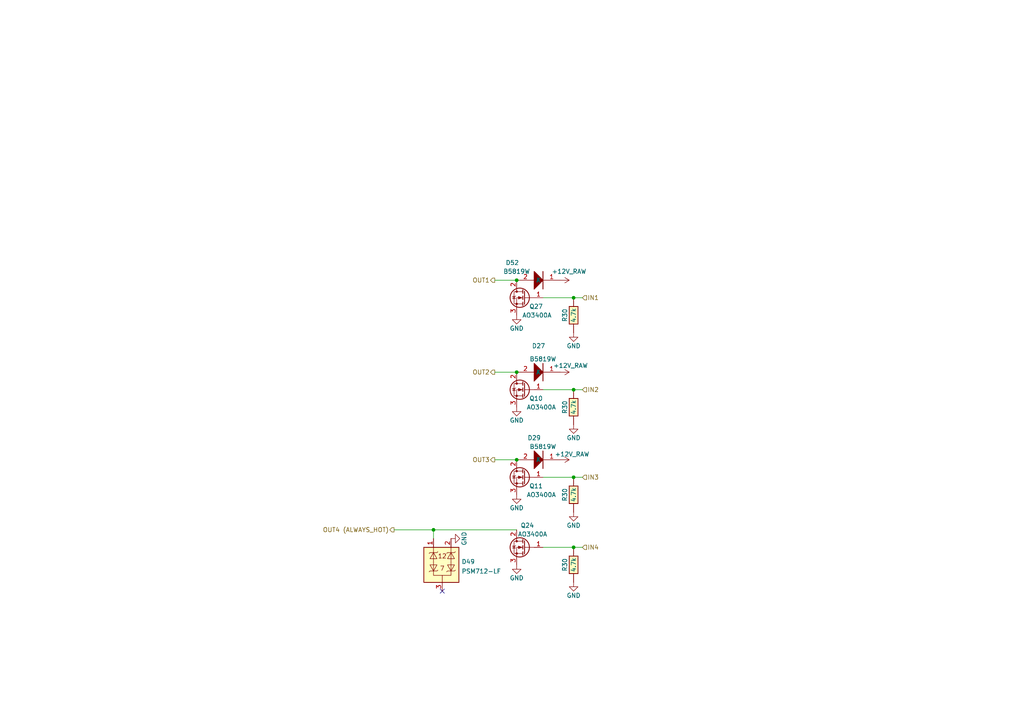
<source format=kicad_sch>
(kicad_sch (version 20230121) (generator eeschema)
  (paper "A4")
  (lib_symbols
    (symbol "Power_Management:PSM712"
      (property "Reference" "D?" (at 3.302 0.9085 0))
      (property "Value" "PSM712" (at 3.302 -1.8666 0))
      (symbol "PSM712_0_0"
        (text "12" (at -2.286 2.54 0) (effects (font (size 1.27 1.27))))
        (text "7" (at -2.286 -1.016 0) (effects (font (size 1.27 1.27))))
      )
      (symbol "PSM712_0_1"
        (rectangle (start -7.62 5.08) (end 2.54 -5.08) (stroke (width 0.254)) (fill (type background)))
        (polyline (pts (xy -4.826 5.08) (xy -4.826 -3.048) (xy -2.286 -3.048)) (stroke (width 0.1524)))
        (polyline (pts (xy -6.096 3.302) (xy -5.842 3.556) (xy -3.81 3.556) (xy -3.556 3.81)) (stroke (width 0.1524)))
        (polyline (pts (xy -4.826 -1.778) (xy -3.81 0) (xy -5.842 0) (xy -4.826 -1.778)) (stroke (width 0.1524)))
        (polyline (pts (xy -4.826 3.556) (xy -5.842 1.778) (xy -3.81 1.778) (xy -4.826 3.556)) (stroke (width 0.1524)))
        (polyline (pts (xy -3.556 -1.524) (xy -3.81 -1.778) (xy -5.842 -1.778) (xy -6.096 -2.032)) (stroke (width 0.1524)))
        (polyline (pts (xy -1.016 3.302) (xy -0.762 3.556) (xy 1.27 3.556) (xy 1.524 3.81)) (stroke (width 0.1524)))
        (polyline (pts (xy 0.254 -1.778) (xy 1.27 0) (xy -0.762 0) (xy 0.254 -1.778)) (stroke (width 0.1524)))
        (polyline (pts (xy 0.254 3.556) (xy -0.762 1.778) (xy 1.27 1.778) (xy 0.254 3.556)) (stroke (width 0.1524)))
        (polyline (pts (xy 0.254 5.08) (xy 0.254 -3.048) (xy -2.286 -3.048) (xy -2.286 -5.08)) (stroke (width 0.1524)))
        (polyline (pts (xy 1.524 -1.524) (xy 1.27 -1.778) (xy -0.762 -1.778) (xy -1.016 -2.032)) (stroke (width 0.1524)))
      )
      (symbol "PSM712_1_1"
        (pin passive line (at -4.826 7.62 270) (length 2.54) (name "") (number "1"))
        (pin passive line (at 0.254 7.62 270) (length 2.54) (name "") (number "2"))
        (pin passive line (at -2.286 -7.62 90) (length 2.54) (name "") (number "3"))
      )
    )
    (symbol "hellen-one-common:+12V_RAW" (power) (pin_names (offset 0))
      (property "Value" "+12V_RAW" (at 0 3.556 0))
      (symbol "+12V_RAW_0_1"
        (polyline (pts (xy -0.762 1.27) (xy 0 2.54)))
        (polyline (pts (xy 0 0) (xy 0 2.54)))
        (polyline (pts (xy 0 2.54) (xy 0.762 1.27)))
      )
      (symbol "+12V_RAW_1_1"
        (pin power_in line (at 0 0 90) (length 0) hide (name "+12V_RAW") (number "1"))
      )
    )
    (symbol "hellen-one-common:1N4148WS"
      (property "Reference" "D" (at 0 2.54 0))
      (property "Value" "1N4148WS" (at 0 -3.81 0))
      (symbol "1N4148WS_1_0"
        (polyline (pts (xy 2.54 2.54) (xy 2.54 -2.54)) (stroke (width 0.254)))
        (polyline (pts (xy 0 -2.54) (xy 2.54 0) (xy 0 2.54) (xy 0 -2.54)) (stroke (width 0.254)) (fill (type outline)))
        (pin passive line (at 7.62 0 180) (length 5.08) (name "K") (number "1"))
        (pin passive line (at -5.08 0 0) (length 5.08) (name "A") (number "2"))
      )
    )
    (symbol "hellen-one-common:MOSFET-N" (pin_names hide)
      (property "Reference" "Q" (at 5.08 6.35 0))
      (property "Value" "MOSFET-N" (at 2.54 3.81 0))
      (symbol "MOSFET-N_0_1"
        (polyline (pts (xy 0.254 0) (xy -2.54 0)))
        (polyline (pts (xy 0.254 1.905) (xy 0.254 -1.905)) (stroke (width 0.254)))
        (polyline (pts (xy 0.762 -1.27) (xy 0.762 -2.286)) (stroke (width 0.254)))
        (polyline (pts (xy 0.762 0.508) (xy 0.762 -0.508)) (stroke (width 0.254)))
        (polyline (pts (xy 0.762 2.286) (xy 0.762 1.27)) (stroke (width 0.254)))
        (polyline (pts (xy 2.54 2.54) (xy 2.54 1.778)))
        (polyline (pts (xy 2.54 -2.54) (xy 2.54 0) (xy 0.762 0)))
        (polyline (pts (xy 0.762 -1.778) (xy 3.302 -1.778) (xy 3.302 1.778) (xy 0.762 1.778)))
        (polyline (pts (xy 1.016 0) (xy 2.032 0.381) (xy 2.032 -0.381) (xy 1.016 0)) (fill (type outline)))
        (polyline (pts (xy 2.794 0.508) (xy 2.921 0.381) (xy 3.683 0.381) (xy 3.81 0.254)))
        (polyline (pts (xy 3.302 0.381) (xy 2.921 -0.254) (xy 3.683 -0.254) (xy 3.302 0.381)))
        (circle (center 1.651 0) (radius 2.794) (stroke (width 0.254)))
        (circle (center 2.54 -1.778) (radius 0.254) (fill (type outline)))
        (circle (center 2.54 1.778) (radius 0.254) (fill (type outline)))
      )
      (symbol "MOSFET-N_1_1"
        (pin input line (at -5.08 0 0) (length 2.54) (name "G") (number "1"))
        (pin passive line (at 2.54 5.08 270) (length 2.54) (name "D") (number "2"))
        (pin passive line (at 2.54 -5.08 90) (length 2.54) (name "S") (number "3"))
      )
    )
    (symbol "hellen-one-common:Res" (pin_numbers hide)
      (property "Reference" "R" (at 3.81 2.54 0))
      (property "Value" "Res" (at 5.08 -2.54 0))
      (symbol "Res_1_0"
        (rectangle (start 2.54 -1.27) (end 7.62 1.27) (stroke (width 0.254)) (fill (type background)))
        (pin passive line (at 0 0 0) (length 2.54) (name "") (number "1"))
        (pin passive line (at 10.16 0 180) (length 2.54) (name "") (number "2"))
      )
    )
    (symbol "power:GND" (power) (pin_names (offset 0))
      (property "Value" "GND" (at 0 -3.81 0))
      (symbol "GND_0_1"
        (polyline (pts (xy 0 0) (xy 0 -1.27) (xy 1.27 -1.27) (xy 0 -2.54) (xy -1.27 -1.27) (xy 0 -1.27)))
      )
      (symbol "GND_1_1"
        (pin power_in line (at 0 0 270) (length 0) hide (name "GND") (number "1"))
      )
    )
  )
  (junction (at 125.73 153.67))
  (junction (at 149.86 81.28))
  (junction (at 166.37 138.43))
  (junction (at 149.86 107.95))
  (junction (at 166.37 113.03))
  (junction (at 166.37 158.75))
  (junction (at 166.37 86.36))
  (junction (at 149.86 133.35))
  (no_connect (at 128.27 171.45))
  (wire (pts (xy 157.48 86.36) (xy 166.37 86.36)))
  (wire (pts (xy 166.37 113.03) (xy 168.91 113.03)))
  (wire (pts (xy 143.51 81.28) (xy 149.86 81.28)))
  (wire (pts (xy 143.51 107.95) (xy 149.86 107.95)))
  (wire (pts (xy 157.48 113.03) (xy 166.37 113.03)))
  (wire (pts (xy 166.37 158.75) (xy 168.91 158.75)))
  (wire (pts (xy 125.73 153.67) (xy 149.86 153.67)))
  (wire (pts (xy 125.73 153.67) (xy 125.73 156.21)))
  (wire (pts (xy 114.3 153.67) (xy 125.73 153.67)))
  (wire (pts (xy 143.51 133.35) (xy 149.86 133.35)))
  (wire (pts (xy 157.48 138.43) (xy 166.37 138.43)))
  (wire (pts (xy 166.37 86.36) (xy 168.91 86.36)))
  (wire (pts (xy 166.37 138.43) (xy 168.91 138.43)))
  (wire (pts (xy 157.48 158.75) (xy 166.37 158.75)))
  (hierarchical_label "OUT1" (shape output) (at 143.51 81.28 180))
  (hierarchical_label "IN3" (shape input) (at 168.91 138.43 0))
  (hierarchical_label "OUT4 (ALWAYS_HOT)" (shape output) (at 114.3 153.67 180))
  (hierarchical_label "OUT3" (shape output) (at 143.51 133.35 180))
  (hierarchical_label "IN4" (shape input) (at 168.91 158.75 0))
  (hierarchical_label "IN1" (shape input) (at 168.91 86.36 0))
  (hierarchical_label "OUT2" (shape output) (at 143.51 107.95 180))
  (hierarchical_label "IN2" (shape input) (at 168.91 113.03 0))
  (symbol (lib_id "hellen-one-common:Res") (at 166.37 138.43 90) (mirror x) (unit 1)
    (property "Reference" "R30" (at 163.83 143.51 0))
    (property "Value" "4.7k" (at 166.37 143.51 0))
    (property "Footprint" "hellen-one-common:R0603" (effects hide))
    (property "LCSC" "C23162" (effects hide))
    (instances (project "alphax_4ch" (path "" (reference "R30") (unit 1)) (path "" (reference "R101") (unit 1)) (path "" (reference "R105") (unit 1)) (path "" (reference "R109") (unit 1)) (path "" (reference "R110") (unit 1))))
  )
  (symbol (lib_id "power:GND") (at 130.81 156.21 90) (mirror x) (unit 1)
    (property "Reference" "#PWR0140" (effects hide))
    (property "Value" "GND" (at 134.62 156.21 0))
    (instances (project "alphax_4ch" (path "" (reference "#PWR0140") (unit 1)) (path "" (reference "#PWR042") (unit 1))))
  )
  (symbol (lib_id "hellen-one-common:1N4148WS") (at 154.94 107.95 0) (unit 1)
    (property "Reference" "D27" (at 156.21 100.33 0))
    (property "Value" "B5819W" (at 157.48 104.14 0))
    (property "Footprint" "hellen-one-common:SOD-123" (effects hide))
    (property "LCSC" "C8598" (effects hide))
    (instances (project "alphax_4ch" (path "" (reference "D27") (unit 1)) (path "" (reference "D52") (unit 1))))
  )
  (symbol (lib_id "power:GND") (at 166.37 96.52 0) (unit 1)
    (property "Reference" "#PWR035" (effects hide))
    (property "Value" "GND" (at 166.37 100.33 0))
    (instances (project "alphax_4ch" (path "" (reference "#PWR035") (unit 1)) (path "" (reference "#PWR071") (unit 1)) (path "" (reference "#PWR0143") (unit 1)) (path "" (reference "#PWR0205") (unit 1)) (path "" (reference "#PWR0210") (unit 1))))
  )
  (symbol (lib_id "power:GND") (at 149.86 91.44 0) (mirror y) (unit 1)
    (property "Reference" "#PWR0122" (effects hide))
    (property "Value" "GND" (at 149.86 95.25 0))
    (instances (project "alphax_4ch" (path "" (reference "#PWR0122") (unit 1)) (path "" (reference "#PWR053") (unit 1))))
  )
  (symbol (lib_id "hellen-one-common:Res") (at 166.37 86.36 90) (mirror x) (unit 1)
    (property "Reference" "R30" (at 163.83 91.44 0))
    (property "Value" "4.7k" (at 166.37 91.44 0))
    (property "Footprint" "hellen-one-common:R0603" (effects hide))
    (property "LCSC" "C23162" (effects hide))
    (instances (project "alphax_4ch" (path "" (reference "R30") (unit 1)) (path "" (reference "R101") (unit 1)) (path "" (reference "R105") (unit 1)) (path "" (reference "R109") (unit 1)) (path "" (reference "R112") (unit 1))))
  )
  (symbol (lib_id "hellen-one-common:Res") (at 166.37 113.03 90) (mirror x) (unit 1)
    (property "Reference" "R30" (at 163.83 118.11 0))
    (property "Value" "4.7k" (at 166.37 118.11 0))
    (property "Footprint" "hellen-one-common:R0603" (effects hide))
    (property "LCSC" "C23162" (effects hide))
    (instances (project "alphax_4ch" (path "" (reference "R30") (unit 1)) (path "" (reference "R101") (unit 1)) (path "" (reference "R105") (unit 1)) (path "" (reference "R109") (unit 1)) (path "" (reference "R111") (unit 1))))
  )
  (symbol (lib_id "power:GND") (at 149.86 118.11 0) (mirror y) (unit 1)
    (property "Reference" "#PWR042" (effects hide))
    (property "Value" "GND" (at 149.86 121.92 0))
    (instances (project "alphax_4ch" (path "" (reference "#PWR042") (unit 1)) (path "" (reference "#PWR0121") (unit 1))))
  )
  (symbol (lib_id "hellen-one-common:1N4148WS") (at 154.94 133.35 0) (unit 1)
    (property "Reference" "D29" (at 154.94 127 0))
    (property "Value" "B5819W" (at 157.48 129.54 0))
    (property "Footprint" "hellen-one-common:SOD-123" (effects hide))
    (property "LCSC" "C8598" (effects hide))
    (instances (project "alphax_4ch" (path "" (reference "D29") (unit 1)) (path "" (reference "D72") (unit 1))))
  )
  (symbol (lib_id "hellen-one-common:MOSFET-N") (at 152.4 113.03 0) (mirror y) (unit 1)
    (property "Reference" "Q10" (at 157.48 115.57 0) (effects (justify left)))
    (property "Value" "AO3400A" (at 161.29 118.11 0) (effects (justify left)))
    (property "Footprint" "hellen-one-common:SOT-23" (effects hide))
    (property "LCSC" " C20917" (effects hide))
    (instances (project "alphax_4ch" (path "" (reference "Q10") (unit 1)) (path "" (reference "Q24") (unit 1))))
  )
  (symbol (lib_id "power:GND") (at 149.86 163.83 0) (mirror y) (unit 1)
    (property "Reference" "#PWR0123" (effects hide))
    (property "Value" "GND" (at 149.86 167.64 0))
    (instances (project "alphax_4ch" (path "" (reference "#PWR0123") (unit 1)) (path "" (reference "#PWR049") (unit 1))))
  )
  (symbol (lib_id "hellen-one-common:MOSFET-N") (at 152.4 86.36 0) (mirror y) (unit 1)
    (property "Reference" "Q27" (at 157.48 88.9 0) (effects (justify left)))
    (property "Value" "AO3400A" (at 160.02 91.44 0) (effects (justify left)))
    (property "Footprint" "hellen-one-common:SOT-23" (effects hide))
    (property "LCSC" " C20917" (effects hide))
    (instances (project "alphax_4ch" (path "" (reference "Q27") (unit 1)) (path "" (reference "Q11") (unit 1))))
  )
  (symbol (lib_id "power:GND") (at 166.37 148.59 0) (unit 1)
    (property "Reference" "#PWR035" (effects hide))
    (property "Value" "GND" (at 166.37 152.4 0))
    (instances (project "alphax_4ch" (path "" (reference "#PWR035") (unit 1)) (path "" (reference "#PWR071") (unit 1)) (path "" (reference "#PWR0143") (unit 1)) (path "" (reference "#PWR0205") (unit 1)) (path "" (reference "#PWR0208") (unit 1))))
  )
  (symbol (lib_id "hellen-one-common:MOSFET-N") (at 152.4 158.75 0) (mirror y) (unit 1)
    (property "Reference" "Q24" (at 154.94 152.4 0) (effects (justify left)))
    (property "Value" "AO3400A" (at 158.75 154.94 0) (effects (justify left)))
    (property "Footprint" "hellen-one-common:SOT-23" (effects hide))
    (property "LCSC" " C20917" (effects hide))
    (instances (project "alphax_4ch" (path "" (reference "Q24") (unit 1)) (path "" (reference "Q10") (unit 1))))
  )
  (symbol (lib_id "hellen-one-common:1N4148WS") (at 154.94 81.28 0) (unit 1)
    (property "Reference" "D52" (at 148.59 76.2 0))
    (property "Value" "B5819W" (at 149.86 78.74 0))
    (property "Footprint" "hellen-one-common:SOD-123" (effects hide))
    (property "LCSC" "C8598" (effects hide))
    (instances (project "alphax_4ch" (path "" (reference "D52") (unit 1)) (path "" (reference "D49") (unit 1))))
  )
  (symbol (lib_id "power:GND") (at 166.37 123.19 0) (unit 1)
    (property "Reference" "#PWR035" (effects hide))
    (property "Value" "GND" (at 166.37 127 0))
    (instances (project "alphax_4ch" (path "" (reference "#PWR035") (unit 1)) (path "" (reference "#PWR071") (unit 1)) (path "" (reference "#PWR0143") (unit 1)) (path "" (reference "#PWR0205") (unit 1)) (path "" (reference "#PWR0209") (unit 1))))
  )
  (symbol (lib_id "Power_Management:PSM712") (at 130.556 163.83 0) (unit 1)
    (property "Reference" "D49" (at 133.858 162.9215 0) (effects (justify left)))
    (property "Value" "PSM712-LF" (at 133.858 165.6966 0) (effects (justify left)))
    (property "Footprint" "hellen-one-common:SOT-23" (effects hide))
    (property "Datasheet" "https://datasheet.lcsc.com/lcsc/1811061632_ProTek-Devices-PSM712-LF-T7_C32677.pdf" (effects hide))
    (property "LCSC" "C32677" (effects hide))
    (instances (project "alphax_4ch" (path "" (reference "D49") (unit 1)) (path "" (reference "D29") (unit 1))))
  )
  (symbol (lib_id "hellen-one-common:+12V_RAW") (at 162.56 133.35 270) (mirror x) (unit 1)
    (property "Reference" "#PWR069" (effects hide))
    (property "Value" "+12V_RAW" (at 160.895 131.7491 90) (effects (justify left)))
    (instances (project "alphax_4ch" (path "" (reference "#PWR069") (unit 1)) (path "" (reference "#PWR0140") (unit 1))))
  )
  (symbol (lib_id "power:GND") (at 149.86 143.51 0) (mirror y) (unit 1)
    (property "Reference" "#PWR053" (effects hide))
    (property "Value" "GND" (at 149.86 147.32 0))
    (instances (project "alphax_4ch" (path "" (reference "#PWR053") (unit 1)) (path "" (reference "#PWR0123") (unit 1))))
  )
  (symbol (lib_id "power:GND") (at 166.37 168.91 0) (unit 1)
    (property "Reference" "#PWR035" (effects hide))
    (property "Value" "GND" (at 166.37 172.72 0))
    (instances (project "alphax_4ch" (path "" (reference "#PWR035") (unit 1)) (path "" (reference "#PWR071") (unit 1)) (path "" (reference "#PWR0143") (unit 1)) (path "" (reference "#PWR0205") (unit 1)) (path "" (reference "#PWR0211") (unit 1))))
  )
  (symbol (lib_id "hellen-one-common:MOSFET-N") (at 152.4 138.43 0) (mirror y) (unit 1)
    (property "Reference" "Q11" (at 157.48 140.97 0) (effects (justify left)))
    (property "Value" "AO3400A" (at 161.29 143.51 0) (effects (justify left)))
    (property "Footprint" "hellen-one-common:SOT-23" (effects hide))
    (property "LCSC" " C20917" (effects hide))
    (instances (project "alphax_4ch" (path "" (reference "Q11") (unit 1)) (path "" (reference "Q27") (unit 1))))
  )
  (symbol (lib_id "hellen-one-common:+12V_RAW") (at 162.56 81.28 270) (mirror x) (unit 1)
    (property "Reference" "#PWR0121" (effects hide))
    (property "Value" "+12V_RAW" (at 160.02 78.74 90) (effects (justify left)))
    (instances (project "alphax_4ch" (path "" (reference "#PWR0121") (unit 1)) (path "" (reference "#PWR069") (unit 1))))
  )
  (symbol (lib_id "hellen-one-common:Res") (at 166.37 158.75 90) (mirror x) (unit 1)
    (property "Reference" "R30" (at 163.83 163.83 0))
    (property "Value" "4.7k" (at 166.37 163.83 0))
    (property "Footprint" "hellen-one-common:R0603" (effects hide))
    (property "LCSC" "C23162" (effects hide))
    (instances (project "alphax_4ch" (path "" (reference "R30") (unit 1)) (path "" (reference "R101") (unit 1)) (path "" (reference "R105") (unit 1)) (path "" (reference "R109") (unit 1)) (path "" (reference "R113") (unit 1))))
  )
  (symbol (lib_id "hellen-one-common:+12V_RAW") (at 162.56 107.95 270) (mirror x) (unit 1)
    (property "Reference" "#PWR049" (effects hide))
    (property "Value" "+12V_RAW" (at 160.4522 106.0384 90) (effects (justify left)))
    (instances (project "alphax_4ch" (path "" (reference "#PWR049") (unit 1)) (path "" (reference "#PWR0122") (unit 1))))
  )
)
</source>
